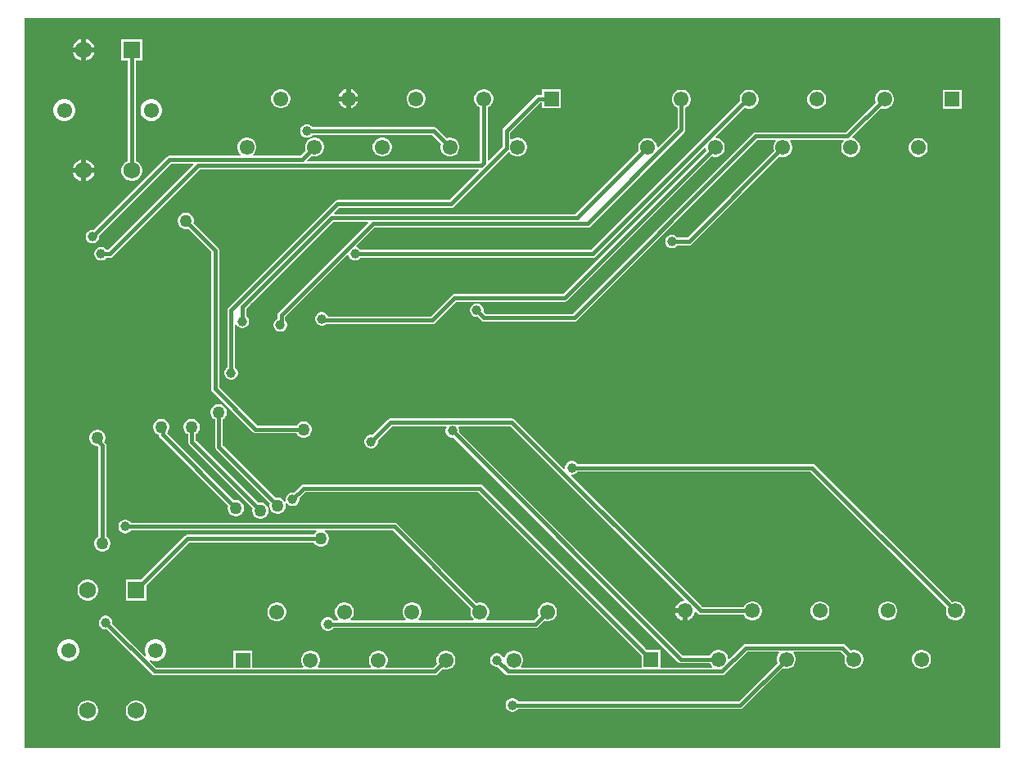
<source format=gbl>
G04*
G04 #@! TF.GenerationSoftware,Altium Limited,Altium Designer,24.1.2 (44)*
G04*
G04 Layer_Physical_Order=2*
G04 Layer_Color=12874092*
%FSLAX44Y44*%
%MOMM*%
G71*
G04*
G04 #@! TF.SameCoordinates,B28CFC15-B4C6-47B7-BC68-1C9BB1E78066*
G04*
G04*
G04 #@! TF.FilePolarity,Positive*
G04*
G01*
G75*
%ADD22C,1.5500*%
%ADD23R,1.5500X1.5500*%
%ADD30C,0.3810*%
%ADD31C,1.7500*%
%ADD32R,1.7500X1.7500*%
%ADD33C,1.0000*%
%ADD34C,1.2700*%
G36*
X1012633Y3367D02*
X3367D01*
Y758633D01*
X1012633D01*
Y3367D01*
D02*
G37*
%LPC*%
G36*
X67160Y736448D02*
Y727980D01*
X75628D01*
X75141Y729798D01*
X73654Y732373D01*
X71552Y734474D01*
X68978Y735961D01*
X67160Y736448D01*
D02*
G37*
G36*
X62080D02*
X60262Y735961D01*
X57688Y734474D01*
X55586Y732373D01*
X54100Y729798D01*
X53612Y727980D01*
X62080D01*
Y736448D01*
D02*
G37*
G36*
X75628Y722900D02*
X67160D01*
Y714433D01*
X68978Y714920D01*
X71552Y716406D01*
X73654Y718508D01*
X75141Y721083D01*
X75628Y722900D01*
D02*
G37*
G36*
X62080D02*
X53612D01*
X54100Y721083D01*
X55586Y718508D01*
X57688Y716406D01*
X60262Y714920D01*
X62080Y714433D01*
Y722900D01*
D02*
G37*
G36*
X341070Y684812D02*
Y677380D01*
X348503D01*
X348119Y678812D01*
X346764Y681158D01*
X344848Y683074D01*
X342502Y684429D01*
X341070Y684812D01*
D02*
G37*
G36*
X335990D02*
X334558Y684429D01*
X332212Y683074D01*
X330296Y681158D01*
X328941Y678812D01*
X328558Y677380D01*
X335990D01*
Y684812D01*
D02*
G37*
G36*
X409818Y684622D02*
X407242D01*
X404754Y683955D01*
X402524Y682667D01*
X400703Y680846D01*
X399415Y678616D01*
X398748Y676128D01*
Y673552D01*
X399415Y671064D01*
X400703Y668834D01*
X402524Y667012D01*
X404754Y665724D01*
X407242Y665058D01*
X409818D01*
X412306Y665724D01*
X414536Y667012D01*
X416358Y668834D01*
X417645Y671064D01*
X418312Y673552D01*
Y676128D01*
X417645Y678616D01*
X416358Y680846D01*
X414536Y682667D01*
X412306Y683955D01*
X409818Y684622D01*
D02*
G37*
G36*
X269818D02*
X267242D01*
X264754Y683955D01*
X262523Y682667D01*
X260702Y680846D01*
X259414Y678616D01*
X258748Y676128D01*
Y673552D01*
X259414Y671064D01*
X260702Y668834D01*
X262523Y667012D01*
X264754Y665724D01*
X267242Y665058D01*
X269818D01*
X272306Y665724D01*
X274536Y667012D01*
X276357Y668834D01*
X277645Y671064D01*
X278312Y673552D01*
Y676128D01*
X277645Y678616D01*
X276357Y680846D01*
X274536Y682667D01*
X272306Y683955D01*
X269818Y684622D01*
D02*
G37*
G36*
X348503Y672300D02*
X341070D01*
Y664867D01*
X342502Y665251D01*
X344848Y666606D01*
X346764Y668522D01*
X348119Y670868D01*
X348503Y672300D01*
D02*
G37*
G36*
X335990D02*
X328558D01*
X328941Y670868D01*
X330296Y668522D01*
X332212Y666606D01*
X334558Y665251D01*
X335990Y664867D01*
Y672300D01*
D02*
G37*
G36*
X972742Y684152D02*
X953178D01*
Y664588D01*
X972742D01*
Y684152D01*
D02*
G37*
G36*
X894248D02*
X891672D01*
X889184Y683485D01*
X886954Y682197D01*
X885132Y680376D01*
X883845Y678146D01*
X883178Y675658D01*
Y673082D01*
X883773Y670860D01*
X852984Y640071D01*
X759975D01*
X758439Y639766D01*
X757137Y638895D01*
X570438Y452197D01*
X480580D01*
X478111Y454666D01*
X478202Y455004D01*
Y456856D01*
X477723Y458644D01*
X476797Y460248D01*
X475488Y461557D01*
X473884Y462483D01*
X472096Y462962D01*
X470244D01*
X468456Y462483D01*
X466852Y461557D01*
X465543Y460248D01*
X464617Y458644D01*
X464138Y456856D01*
Y455004D01*
X464617Y453216D01*
X465543Y451612D01*
X466852Y450303D01*
X468456Y449377D01*
X470244Y448898D01*
X472096D01*
X472434Y448989D01*
X476079Y445345D01*
X477381Y444474D01*
X478917Y444169D01*
X572101D01*
X573637Y444474D01*
X574939Y445345D01*
X761638Y632043D01*
X780139D01*
X780626Y630870D01*
X780132Y630376D01*
X778844Y628146D01*
X778178Y625658D01*
Y623082D01*
X778773Y620860D01*
X688977Y531064D01*
X678902D01*
X678727Y531368D01*
X677418Y532677D01*
X675814Y533603D01*
X674026Y534082D01*
X672174D01*
X670386Y533603D01*
X668782Y532677D01*
X667473Y531368D01*
X666547Y529764D01*
X666068Y527976D01*
Y526124D01*
X666547Y524336D01*
X667473Y522732D01*
X668782Y521423D01*
X670386Y520497D01*
X672174Y520018D01*
X674026D01*
X675814Y520497D01*
X677418Y521423D01*
X678727Y522732D01*
X678902Y523036D01*
X690640D01*
X692176Y523341D01*
X693478Y524212D01*
X784450Y615183D01*
X786672Y614588D01*
X789248D01*
X791736Y615255D01*
X793966Y616543D01*
X795787Y618364D01*
X797075Y620594D01*
X797742Y623082D01*
Y625658D01*
X797075Y628146D01*
X795787Y630376D01*
X795294Y630870D01*
X795780Y632043D01*
X850140D01*
X850626Y630870D01*
X850133Y630376D01*
X848845Y628146D01*
X848178Y625658D01*
Y623082D01*
X848845Y620594D01*
X850133Y618364D01*
X851954Y616543D01*
X854184Y615255D01*
X856672Y614588D01*
X859248D01*
X861736Y615255D01*
X863967Y616543D01*
X865788Y618364D01*
X867076Y620594D01*
X867742Y623082D01*
Y625658D01*
X867076Y628146D01*
X865788Y630376D01*
X863967Y632198D01*
X861736Y633485D01*
X860011Y633948D01*
X859631Y635364D01*
X889450Y665183D01*
X891672Y664588D01*
X894248D01*
X896736Y665255D01*
X898966Y666543D01*
X900787Y668364D01*
X902075Y670594D01*
X902742Y673082D01*
Y675658D01*
X902075Y678146D01*
X900787Y680376D01*
X898966Y682197D01*
X896736Y683485D01*
X894248Y684152D01*
D02*
G37*
G36*
X824248D02*
X821672D01*
X819184Y683485D01*
X816954Y682197D01*
X815133Y680376D01*
X813845Y678146D01*
X813178Y675658D01*
Y673082D01*
X813845Y670594D01*
X815133Y668364D01*
X816954Y666543D01*
X819184Y665255D01*
X821672Y664588D01*
X824248D01*
X826736Y665255D01*
X828966Y666543D01*
X830788Y668364D01*
X832075Y670594D01*
X832742Y673082D01*
Y675658D01*
X832075Y678146D01*
X830788Y680376D01*
X828966Y682197D01*
X826736Y683485D01*
X824248Y684152D01*
D02*
G37*
G36*
X136105Y674222D02*
X133135D01*
X130265Y673453D01*
X127693Y671968D01*
X125592Y669867D01*
X124107Y667295D01*
X123338Y664425D01*
Y661455D01*
X124107Y658585D01*
X125592Y656013D01*
X127693Y653912D01*
X130265Y652427D01*
X133135Y651658D01*
X136105D01*
X138975Y652427D01*
X141547Y653912D01*
X143648Y656013D01*
X145133Y658585D01*
X145902Y661455D01*
Y664425D01*
X145133Y667295D01*
X143648Y669867D01*
X141547Y671968D01*
X138975Y673453D01*
X136105Y674222D01*
D02*
G37*
G36*
X46105D02*
X43135D01*
X40265Y673453D01*
X37693Y671968D01*
X35592Y669867D01*
X34107Y667295D01*
X33338Y664425D01*
Y661455D01*
X34107Y658585D01*
X35592Y656013D01*
X37693Y653912D01*
X40265Y652427D01*
X43135Y651658D01*
X46105D01*
X48975Y652427D01*
X51547Y653912D01*
X53648Y656013D01*
X55133Y658585D01*
X55902Y661455D01*
Y664425D01*
X55133Y667295D01*
X53648Y669867D01*
X51547Y671968D01*
X48975Y673453D01*
X46105Y674222D01*
D02*
G37*
G36*
X296456Y648382D02*
X294604D01*
X292816Y647903D01*
X291212Y646977D01*
X289903Y645668D01*
X288977Y644064D01*
X288498Y642276D01*
Y640424D01*
X288977Y638636D01*
X289903Y637032D01*
X291212Y635723D01*
X292816Y634797D01*
X294604Y634318D01*
X296456D01*
X298244Y634797D01*
X299848Y635723D01*
X301157Y637032D01*
X301332Y637336D01*
X425358D01*
X434344Y628350D01*
X433748Y626128D01*
Y623552D01*
X434415Y621064D01*
X435703Y618834D01*
X437524Y617012D01*
X439754Y615725D01*
X442242Y615058D01*
X444818D01*
X447306Y615725D01*
X449537Y617012D01*
X451358Y618834D01*
X452646Y621064D01*
X453312Y623552D01*
Y626128D01*
X452646Y628616D01*
X451358Y630846D01*
X449537Y632668D01*
X447306Y633955D01*
X444818Y634622D01*
X442242D01*
X440020Y634027D01*
X429859Y644188D01*
X428556Y645059D01*
X427020Y645364D01*
X301332D01*
X301157Y645668D01*
X299848Y646977D01*
X298244Y647903D01*
X296456Y648382D01*
D02*
G37*
G36*
X374818Y634622D02*
X372242D01*
X369754Y633955D01*
X367524Y632668D01*
X365702Y630846D01*
X364414Y628616D01*
X363748Y626128D01*
Y623552D01*
X364414Y621064D01*
X365702Y618834D01*
X367524Y617012D01*
X369754Y615725D01*
X372242Y615058D01*
X374818D01*
X377306Y615725D01*
X379536Y617012D01*
X381357Y618834D01*
X382645Y621064D01*
X383312Y623552D01*
Y626128D01*
X382645Y628616D01*
X381357Y630846D01*
X379536Y632668D01*
X377306Y633955D01*
X374818Y634622D01*
D02*
G37*
G36*
X929248Y634152D02*
X926672D01*
X924184Y633485D01*
X921954Y632198D01*
X920133Y630376D01*
X918845Y628146D01*
X918178Y625658D01*
Y623082D01*
X918845Y620594D01*
X920133Y618364D01*
X921954Y616543D01*
X924184Y615255D01*
X926672Y614588D01*
X929248D01*
X931736Y615255D01*
X933966Y616543D01*
X935788Y618364D01*
X937075Y620594D01*
X937742Y623082D01*
Y625658D01*
X937075Y628146D01*
X935788Y630376D01*
X933966Y632198D01*
X931736Y633485D01*
X929248Y634152D01*
D02*
G37*
G36*
X558312Y684622D02*
X538748D01*
Y678854D01*
X535065D01*
X533529Y678549D01*
X532226Y677678D01*
X499005Y644457D01*
X498134Y643154D01*
X497829Y641618D01*
Y624976D01*
X483717Y610864D01*
X482544Y611350D01*
Y665862D01*
X484536Y667012D01*
X486357Y668834D01*
X487645Y671064D01*
X488312Y673552D01*
Y676128D01*
X487645Y678616D01*
X486357Y680846D01*
X484536Y682667D01*
X482306Y683955D01*
X479818Y684622D01*
X477242D01*
X474754Y683955D01*
X472524Y682667D01*
X470702Y680846D01*
X469414Y678616D01*
X468748Y676128D01*
Y673552D01*
X469414Y671064D01*
X470702Y668834D01*
X472524Y667012D01*
X474516Y665862D01*
Y610044D01*
X296070D01*
X295584Y611217D01*
X300020Y615653D01*
X302242Y615058D01*
X304818D01*
X307306Y615725D01*
X309536Y617012D01*
X311357Y618834D01*
X312645Y621064D01*
X313312Y623552D01*
Y626128D01*
X312645Y628616D01*
X311357Y630846D01*
X309536Y632668D01*
X307306Y633955D01*
X304818Y634622D01*
X302242D01*
X299754Y633955D01*
X297524Y632668D01*
X295702Y630846D01*
X294415Y628616D01*
X293748Y626128D01*
Y623552D01*
X294343Y621330D01*
X288899Y615886D01*
X239883D01*
X239680Y617156D01*
X241358Y618834D01*
X242645Y621064D01*
X243312Y623552D01*
Y626128D01*
X242645Y628616D01*
X241358Y630846D01*
X239536Y632668D01*
X237306Y633955D01*
X234818Y634622D01*
X232242D01*
X229754Y633955D01*
X227524Y632668D01*
X225703Y630846D01*
X224415Y628616D01*
X223748Y626128D01*
Y623552D01*
X224415Y621064D01*
X225703Y618834D01*
X227380Y617156D01*
X227178Y615886D01*
X153402D01*
X151866Y615580D01*
X150563Y614710D01*
X74924Y539071D01*
X74586Y539162D01*
X72734D01*
X70946Y538683D01*
X69342Y537757D01*
X68033Y536448D01*
X67107Y534844D01*
X66628Y533056D01*
Y531204D01*
X67107Y529416D01*
X68033Y527812D01*
X69342Y526503D01*
X70946Y525577D01*
X72734Y525098D01*
X74586D01*
X76374Y525577D01*
X77978Y526503D01*
X79287Y527812D01*
X80213Y529416D01*
X80692Y531204D01*
Y533056D01*
X80601Y533394D01*
X155064Y607858D01*
X177611D01*
X178097Y606684D01*
X89777Y518364D01*
X88352D01*
X88177Y518668D01*
X86868Y519977D01*
X85264Y520903D01*
X83476Y521382D01*
X81624D01*
X79836Y520903D01*
X78232Y519977D01*
X76923Y518668D01*
X75997Y517064D01*
X75518Y515276D01*
Y513424D01*
X75997Y511636D01*
X76923Y510032D01*
X78232Y508723D01*
X79836Y507797D01*
X81624Y507318D01*
X83476D01*
X85264Y507797D01*
X86868Y508723D01*
X88177Y510032D01*
X88352Y510336D01*
X91440D01*
X92976Y510641D01*
X94278Y511512D01*
X184783Y602016D01*
X473209D01*
X473696Y600842D01*
X442820Y569966D01*
X327242D01*
X325706Y569661D01*
X324404Y568791D01*
X214332Y458718D01*
X213461Y457416D01*
X213156Y455880D01*
Y396962D01*
X212852Y396787D01*
X211543Y395478D01*
X210617Y393874D01*
X210138Y392086D01*
Y390234D01*
X210617Y388446D01*
X211543Y386842D01*
X212852Y385533D01*
X214456Y384607D01*
X216244Y384128D01*
X218096D01*
X219884Y384607D01*
X221488Y385533D01*
X222797Y386842D01*
X223723Y388446D01*
X224202Y390234D01*
Y392086D01*
X223723Y393874D01*
X222797Y395478D01*
X221488Y396787D01*
X221184Y396962D01*
Y440741D01*
X222454Y441081D01*
X222973Y440182D01*
X224282Y438873D01*
X225886Y437947D01*
X227674Y437468D01*
X229526D01*
X231314Y437947D01*
X232918Y438873D01*
X234227Y440182D01*
X235153Y441786D01*
X235632Y443574D01*
Y445426D01*
X235153Y447214D01*
X234227Y448818D01*
X232918Y450127D01*
X232614Y450302D01*
Y457385D01*
X322711Y547482D01*
X358597D01*
X359083Y546309D01*
X266316Y453542D01*
X265446Y452239D01*
X265140Y450703D01*
Y447176D01*
X263652Y446317D01*
X262343Y445008D01*
X261417Y443404D01*
X260938Y441616D01*
Y439764D01*
X261417Y437976D01*
X262343Y436372D01*
X263652Y435063D01*
X265256Y434137D01*
X267044Y433658D01*
X268896D01*
X270684Y434137D01*
X272288Y435063D01*
X273597Y436372D01*
X274523Y437976D01*
X275002Y439764D01*
Y441616D01*
X274523Y443404D01*
X273597Y445008D01*
X273169Y445436D01*
Y449040D01*
X337190Y513062D01*
X338607Y512683D01*
X338887Y511636D01*
X339813Y510032D01*
X341122Y508723D01*
X342726Y507797D01*
X344514Y507318D01*
X346366D01*
X348154Y507797D01*
X349758Y508723D01*
X351067Y510032D01*
X351242Y510336D01*
X591412D01*
X592948Y510641D01*
X594250Y511512D01*
X707005Y624266D01*
X708178Y623780D01*
Y623082D01*
X708773Y620860D01*
X560684Y472771D01*
X448260D01*
X446724Y472466D01*
X445421Y471595D01*
X423483Y449657D01*
X317729D01*
X317703Y449754D01*
X316777Y451358D01*
X315468Y452667D01*
X313864Y453593D01*
X312076Y454072D01*
X310224D01*
X308436Y453593D01*
X306832Y452667D01*
X305523Y451358D01*
X304597Y449754D01*
X304118Y447966D01*
Y446114D01*
X304597Y444326D01*
X305523Y442722D01*
X306832Y441413D01*
X308436Y440487D01*
X310224Y440008D01*
X312076D01*
X313864Y440487D01*
X315468Y441413D01*
X315684Y441629D01*
X425146D01*
X426682Y441934D01*
X427984Y442805D01*
X449922Y464743D01*
X562347D01*
X563883Y465048D01*
X565185Y465919D01*
X714450Y615183D01*
X716672Y614588D01*
X719248D01*
X721736Y615255D01*
X723966Y616543D01*
X725788Y618364D01*
X727075Y620594D01*
X727742Y623082D01*
Y625658D01*
X727075Y628146D01*
X725788Y630376D01*
X723966Y632198D01*
X721736Y633485D01*
X719248Y634152D01*
X718550D01*
X718064Y635325D01*
X748429Y665691D01*
X749184Y665255D01*
X751672Y664588D01*
X754248D01*
X756736Y665255D01*
X758966Y666543D01*
X760788Y668364D01*
X762076Y670594D01*
X762742Y673082D01*
Y675658D01*
X762076Y678146D01*
X760788Y680376D01*
X758966Y682197D01*
X756736Y683485D01*
X754248Y684152D01*
X751672D01*
X749184Y683485D01*
X746954Y682197D01*
X745133Y680376D01*
X743845Y678146D01*
X743178Y675658D01*
Y673082D01*
X743451Y672066D01*
X589749Y518364D01*
X351242D01*
X351067Y518668D01*
X349758Y519977D01*
X348154Y520903D01*
X347107Y521183D01*
X346728Y522600D01*
X365768Y541640D01*
X585772D01*
X587308Y541946D01*
X588610Y542816D01*
X685798Y640003D01*
X686668Y641306D01*
X686974Y642842D01*
Y665392D01*
X688966Y666543D01*
X690787Y668364D01*
X692075Y670594D01*
X692742Y673082D01*
Y675658D01*
X692075Y678146D01*
X690787Y680376D01*
X688966Y682197D01*
X686736Y683485D01*
X684248Y684152D01*
X681672D01*
X679184Y683485D01*
X676954Y682197D01*
X675132Y680376D01*
X673844Y678146D01*
X673178Y675658D01*
Y673082D01*
X673844Y670594D01*
X675132Y668364D01*
X676954Y666543D01*
X678946Y665392D01*
Y644505D01*
X658915Y624474D01*
X657742Y624960D01*
Y625658D01*
X657076Y628146D01*
X655788Y630376D01*
X653966Y632198D01*
X651736Y633485D01*
X649248Y634152D01*
X646672D01*
X644184Y633485D01*
X641954Y632198D01*
X640133Y630376D01*
X638845Y628146D01*
X638178Y625658D01*
Y623082D01*
X638773Y620860D01*
X573423Y555510D01*
X324137D01*
X323651Y556684D01*
X328905Y561938D01*
X444482D01*
X446018Y562243D01*
X447321Y563114D01*
X503798Y619591D01*
X505386Y619383D01*
X505703Y618834D01*
X507524Y617012D01*
X509754Y615725D01*
X512242Y615058D01*
X514818D01*
X517306Y615725D01*
X519536Y617012D01*
X521358Y618834D01*
X522645Y621064D01*
X523312Y623552D01*
Y626128D01*
X522645Y628616D01*
X521358Y630846D01*
X519536Y632668D01*
X517306Y633955D01*
X514818Y634622D01*
X512242D01*
X509754Y633955D01*
X507524Y632668D01*
X507031Y632174D01*
X505857Y632660D01*
Y639955D01*
X536727Y670826D01*
X538748D01*
Y665058D01*
X558312D01*
Y684622D01*
D02*
G37*
G36*
X67160Y611448D02*
Y602980D01*
X75628D01*
X75141Y604798D01*
X73654Y607373D01*
X71552Y609474D01*
X68978Y610961D01*
X67160Y611448D01*
D02*
G37*
G36*
X62080D02*
X60262Y610961D01*
X57688Y609474D01*
X55586Y607373D01*
X54100Y604798D01*
X53612Y602980D01*
X62080D01*
Y611448D01*
D02*
G37*
G36*
X125402Y736222D02*
X103838D01*
Y714658D01*
X110286D01*
Y610388D01*
X108000Y609068D01*
X105992Y607061D01*
X104573Y604602D01*
X103838Y601860D01*
Y599021D01*
X104573Y596279D01*
X105992Y593820D01*
X108000Y591813D01*
X110458Y590393D01*
X113201Y589658D01*
X116039D01*
X118782Y590393D01*
X121240Y591813D01*
X123248Y593820D01*
X124667Y596279D01*
X125402Y599021D01*
Y601860D01*
X124667Y604602D01*
X123248Y607061D01*
X121240Y609068D01*
X118782Y610488D01*
X118314Y610613D01*
Y714658D01*
X125402D01*
Y736222D01*
D02*
G37*
G36*
X75628Y597900D02*
X67160D01*
Y589433D01*
X68978Y589920D01*
X71552Y591406D01*
X73654Y593508D01*
X75141Y596082D01*
X75628Y597900D01*
D02*
G37*
G36*
X62080D02*
X53612D01*
X54100Y596082D01*
X55586Y593508D01*
X57688Y591406D01*
X60262Y589920D01*
X62080Y589433D01*
Y597900D01*
D02*
G37*
G36*
X171283Y557022D02*
X169076D01*
X166945Y556451D01*
X165033Y555347D01*
X163473Y553787D01*
X162369Y551875D01*
X161798Y549743D01*
Y547537D01*
X162369Y545405D01*
X163473Y543493D01*
X165033Y541933D01*
X166945Y540829D01*
X169076Y540258D01*
X171283D01*
X172547Y540597D01*
X196646Y516497D01*
Y374650D01*
X196951Y373114D01*
X197822Y371812D01*
X239732Y329902D01*
X241034Y329031D01*
X242570Y328726D01*
X284739D01*
X285393Y327593D01*
X286953Y326033D01*
X288865Y324929D01*
X290996Y324358D01*
X293204D01*
X295335Y324929D01*
X297247Y326033D01*
X298807Y327593D01*
X299911Y329505D01*
X300482Y331637D01*
Y333843D01*
X299911Y335975D01*
X298807Y337887D01*
X297247Y339447D01*
X295335Y340551D01*
X293204Y341122D01*
X290996D01*
X288865Y340551D01*
X286953Y339447D01*
X285393Y337887D01*
X284739Y336754D01*
X244233D01*
X204674Y376313D01*
Y518160D01*
X204369Y519696D01*
X203498Y520998D01*
X178223Y546273D01*
X178562Y547537D01*
Y549743D01*
X177991Y551875D01*
X176887Y553787D01*
X175327Y555347D01*
X173415Y556451D01*
X171283Y557022D01*
D02*
G37*
G36*
X145884Y343662D02*
X143677D01*
X141545Y343091D01*
X139633Y341987D01*
X138073Y340427D01*
X136969Y338515D01*
X136398Y336384D01*
Y334176D01*
X136969Y332045D01*
X138073Y330133D01*
X139633Y328573D01*
X141545Y327469D01*
X142468Y327222D01*
X142772Y325693D01*
X143643Y324391D01*
X214207Y253827D01*
X213868Y252563D01*
Y250357D01*
X214439Y248225D01*
X215543Y246313D01*
X217103Y244753D01*
X219015Y243649D01*
X221147Y243078D01*
X223354D01*
X225485Y243649D01*
X227397Y244753D01*
X228957Y246313D01*
X230061Y248225D01*
X230632Y250357D01*
Y252563D01*
X230061Y254695D01*
X228957Y256607D01*
X227397Y258167D01*
X225485Y259271D01*
X223354Y259842D01*
X221147D01*
X219883Y259503D01*
X150495Y328892D01*
Y329141D01*
X151487Y330133D01*
X152591Y332045D01*
X153162Y334176D01*
Y336384D01*
X152591Y338515D01*
X151487Y340427D01*
X149927Y341987D01*
X148015Y343091D01*
X145884Y343662D01*
D02*
G37*
G36*
X177633D02*
X175427D01*
X173295Y343091D01*
X171383Y341987D01*
X169823Y340427D01*
X168719Y338515D01*
X168148Y336384D01*
Y334176D01*
X168719Y332045D01*
X169823Y330133D01*
X171383Y328573D01*
X172516Y327919D01*
Y320040D01*
X172821Y318504D01*
X173692Y317202D01*
X239606Y251287D01*
X239268Y250023D01*
Y247817D01*
X239839Y245685D01*
X240943Y243773D01*
X242503Y242213D01*
X244415Y241109D01*
X246546Y240538D01*
X248754D01*
X250885Y241109D01*
X252797Y242213D01*
X254357Y243773D01*
X255461Y245685D01*
X256032Y247817D01*
Y250023D01*
X255461Y252155D01*
X254357Y254067D01*
X252797Y255627D01*
X250885Y256731D01*
X248754Y257302D01*
X246546D01*
X245283Y256964D01*
X180544Y321703D01*
Y327919D01*
X181677Y328573D01*
X183237Y330133D01*
X184341Y332045D01*
X184912Y334176D01*
Y336384D01*
X184341Y338515D01*
X183237Y340427D01*
X181677Y341987D01*
X179765Y343091D01*
X177633Y343662D01*
D02*
G37*
G36*
X79844Y332232D02*
X77636D01*
X75505Y331661D01*
X73593Y330557D01*
X72033Y328997D01*
X70929Y327085D01*
X70358Y324953D01*
Y322747D01*
X70929Y320615D01*
X72033Y318703D01*
X73593Y317143D01*
X75505Y316039D01*
X77636Y315468D01*
X79040D01*
X79806Y314702D01*
Y221991D01*
X78673Y221337D01*
X77113Y219777D01*
X76009Y217865D01*
X75438Y215734D01*
Y213526D01*
X76009Y211395D01*
X77113Y209483D01*
X78673Y207923D01*
X80585Y206819D01*
X82717Y206248D01*
X84923D01*
X87055Y206819D01*
X88967Y207923D01*
X90527Y209483D01*
X91631Y211395D01*
X92202Y213526D01*
Y215734D01*
X91631Y217865D01*
X90527Y219777D01*
X88967Y221337D01*
X87834Y221991D01*
Y316364D01*
X87529Y317901D01*
X86658Y319203D01*
X86073Y319788D01*
X86551Y320615D01*
X87122Y322747D01*
Y324953D01*
X86551Y327085D01*
X85447Y328997D01*
X83887Y330557D01*
X81975Y331661D01*
X79844Y332232D01*
D02*
G37*
G36*
X70399Y177422D02*
X67560D01*
X64818Y176688D01*
X62359Y175268D01*
X60352Y173261D01*
X58933Y170802D01*
X58198Y168060D01*
Y165221D01*
X58933Y162479D01*
X60352Y160020D01*
X62359Y158013D01*
X64818Y156593D01*
X67560Y155858D01*
X70399D01*
X73141Y156593D01*
X75600Y158013D01*
X77607Y160020D01*
X79027Y162479D01*
X79762Y165221D01*
Y168060D01*
X79027Y170802D01*
X77607Y173261D01*
X75600Y175268D01*
X73141Y176688D01*
X70399Y177422D01*
D02*
G37*
G36*
X108622Y239188D02*
X106770D01*
X104982Y238709D01*
X103378Y237783D01*
X102069Y236474D01*
X101143Y234870D01*
X100664Y233082D01*
Y231230D01*
X101143Y229442D01*
X102069Y227838D01*
X103378Y226529D01*
X104982Y225603D01*
X106770Y225124D01*
X108622D01*
X110410Y225603D01*
X112014Y226529D01*
X113323Y227838D01*
X113498Y228142D01*
X305180D01*
X305521Y226872D01*
X304733Y226417D01*
X303173Y224857D01*
X302519Y223724D01*
X172050D01*
X170514Y223419D01*
X169212Y222548D01*
X124085Y177422D01*
X108198D01*
Y155858D01*
X129762D01*
Y171745D01*
X173713Y215696D01*
X302519D01*
X303173Y214563D01*
X304733Y213003D01*
X306645Y211899D01*
X308776Y211328D01*
X310984D01*
X313115Y211899D01*
X315027Y213003D01*
X316587Y214563D01*
X317691Y216475D01*
X318262Y218606D01*
Y220814D01*
X317691Y222945D01*
X316587Y224857D01*
X315027Y226417D01*
X314239Y226872D01*
X314580Y228142D01*
X384581D01*
X465234Y147490D01*
X464638Y145268D01*
Y142692D01*
X465305Y140204D01*
X466593Y137974D01*
X467964Y136602D01*
X467438Y135332D01*
X411402D01*
X410876Y136602D01*
X412247Y137974D01*
X413535Y140204D01*
X414202Y142692D01*
Y145268D01*
X413535Y147756D01*
X412247Y149986D01*
X410426Y151807D01*
X408195Y153095D01*
X405708Y153762D01*
X403132D01*
X400644Y153095D01*
X398414Y151807D01*
X396592Y149986D01*
X395304Y147756D01*
X394638Y145268D01*
Y142692D01*
X395304Y140204D01*
X396592Y137974D01*
X397964Y136602D01*
X397438Y135332D01*
X341402D01*
X340876Y136602D01*
X342248Y137974D01*
X343535Y140204D01*
X344202Y142692D01*
Y145268D01*
X343535Y147756D01*
X342248Y149986D01*
X340426Y151807D01*
X338196Y153095D01*
X335708Y153762D01*
X333132D01*
X330644Y153095D01*
X328414Y151807D01*
X326592Y149986D01*
X325305Y147756D01*
X324638Y145268D01*
Y142692D01*
X325305Y140204D01*
X326592Y137974D01*
X327964Y136602D01*
X327438Y135332D01*
X323048D01*
X322873Y135636D01*
X321564Y136945D01*
X319960Y137871D01*
X318172Y138350D01*
X316320D01*
X314532Y137871D01*
X312928Y136945D01*
X311619Y135636D01*
X310693Y134032D01*
X310214Y132244D01*
Y130392D01*
X310693Y128604D01*
X311619Y127000D01*
X312928Y125691D01*
X314532Y124765D01*
X316320Y124286D01*
X318172D01*
X319960Y124765D01*
X321564Y125691D01*
X322873Y127000D01*
X323048Y127304D01*
X531758D01*
X533294Y127609D01*
X534597Y128480D01*
X540910Y134793D01*
X543132Y134198D01*
X545708D01*
X548196Y134865D01*
X550426Y136152D01*
X552248Y137974D01*
X553535Y140204D01*
X554202Y142692D01*
Y145268D01*
X553535Y147756D01*
X552248Y149986D01*
X550426Y151807D01*
X548196Y153095D01*
X545708Y153762D01*
X543132D01*
X540644Y153095D01*
X538414Y151807D01*
X536592Y149986D01*
X535305Y147756D01*
X534638Y145268D01*
Y142692D01*
X535233Y140470D01*
X530095Y135332D01*
X481402D01*
X480876Y136602D01*
X482248Y137974D01*
X483536Y140204D01*
X484202Y142692D01*
Y145268D01*
X483536Y147756D01*
X482248Y149986D01*
X480426Y151807D01*
X478196Y153095D01*
X475708Y153762D01*
X473132D01*
X470910Y153167D01*
X389082Y234994D01*
X387780Y235865D01*
X386244Y236170D01*
X113498D01*
X113323Y236474D01*
X112014Y237783D01*
X110410Y238709D01*
X108622Y239188D01*
D02*
G37*
G36*
X205574Y358902D02*
X203367D01*
X201235Y358331D01*
X199323Y357227D01*
X197763Y355667D01*
X196659Y353755D01*
X196088Y351623D01*
Y349417D01*
X196659Y347285D01*
X197763Y345373D01*
X199323Y343813D01*
X200456Y343159D01*
Y314960D01*
X200761Y313424D01*
X201632Y312122D01*
X257386Y256367D01*
X257048Y255103D01*
Y252896D01*
X257619Y250765D01*
X258723Y248853D01*
X260283Y247293D01*
X262195Y246189D01*
X264326Y245618D01*
X266534D01*
X268665Y246189D01*
X270577Y247293D01*
X272137Y248853D01*
X273241Y250765D01*
X273812Y252896D01*
Y255103D01*
X273552Y256076D01*
X274735Y256566D01*
X275043Y256032D01*
X276352Y254723D01*
X277956Y253797D01*
X279744Y253318D01*
X281596D01*
X283384Y253797D01*
X284988Y254723D01*
X286297Y256032D01*
X287223Y257636D01*
X287702Y259424D01*
Y261276D01*
X287611Y261614D01*
X293890Y267893D01*
X472750D01*
X641588Y99055D01*
Y86307D01*
X517240D01*
X516754Y87480D01*
X517247Y87974D01*
X518535Y90204D01*
X519202Y92692D01*
Y95268D01*
X518535Y97756D01*
X517247Y99986D01*
X515426Y101807D01*
X513196Y103095D01*
X510708Y103762D01*
X508132D01*
X505644Y103095D01*
X503414Y101807D01*
X501592Y99986D01*
X500304Y97756D01*
X499943Y96406D01*
X498628D01*
X498551Y96694D01*
X497625Y98298D01*
X496316Y99607D01*
X494712Y100533D01*
X492924Y101012D01*
X491072D01*
X489284Y100533D01*
X487680Y99607D01*
X486371Y98298D01*
X485445Y96694D01*
X484966Y94906D01*
Y93054D01*
X485445Y91266D01*
X486371Y89662D01*
X487680Y88353D01*
X489284Y87427D01*
X491072Y86948D01*
X492924D01*
X493262Y87039D01*
X500847Y79455D01*
X502149Y78584D01*
X503685Y78279D01*
X725241D01*
X726777Y78584D01*
X728080Y79455D01*
X751248Y102623D01*
X783550D01*
X784036Y101449D01*
X783542Y100956D01*
X782255Y98726D01*
X781588Y96238D01*
Y93662D01*
X782183Y91440D01*
X742255Y51512D01*
X514056D01*
X513881Y51816D01*
X512572Y53125D01*
X510968Y54051D01*
X509180Y54530D01*
X507328D01*
X505540Y54051D01*
X503936Y53125D01*
X502627Y51816D01*
X501701Y50212D01*
X501222Y48424D01*
Y46572D01*
X501701Y44784D01*
X502627Y43180D01*
X503936Y41871D01*
X505540Y40945D01*
X507328Y40466D01*
X509180D01*
X510968Y40945D01*
X512572Y41871D01*
X513881Y43180D01*
X514056Y43484D01*
X743918D01*
X745454Y43789D01*
X746757Y44660D01*
X787860Y85763D01*
X790082Y85168D01*
X792658D01*
X795146Y85834D01*
X797376Y87122D01*
X799198Y88944D01*
X800485Y91174D01*
X801152Y93662D01*
Y96238D01*
X800485Y98726D01*
X799198Y100956D01*
X798704Y101449D01*
X799190Y102623D01*
X848020D01*
X852183Y98460D01*
X851588Y96238D01*
Y93662D01*
X852254Y91174D01*
X853542Y88944D01*
X855364Y87122D01*
X857594Y85834D01*
X860082Y85168D01*
X862658D01*
X865146Y85834D01*
X867376Y87122D01*
X869197Y88944D01*
X870485Y91174D01*
X871152Y93662D01*
Y96238D01*
X870485Y98726D01*
X869197Y100956D01*
X867376Y102777D01*
X865146Y104065D01*
X862658Y104732D01*
X860082D01*
X857860Y104136D01*
X852521Y109475D01*
X851219Y110345D01*
X849683Y110651D01*
X749585D01*
X748049Y110345D01*
X746747Y109475D01*
X732326Y95054D01*
X731152Y95540D01*
Y96238D01*
X730486Y98726D01*
X729198Y100956D01*
X727376Y102777D01*
X725146Y104065D01*
X722658Y104732D01*
X720082D01*
X717594Y104065D01*
X715364Y102777D01*
X713543Y100956D01*
X712393Y98964D01*
X683953D01*
X452965Y329952D01*
X453056Y330290D01*
Y332142D01*
X452577Y333930D01*
X452035Y334869D01*
X452768Y336139D01*
X506032D01*
X685758Y156413D01*
X685272Y155240D01*
X685015D01*
X682398Y154539D01*
X680052Y153184D01*
X678136Y151268D01*
X676781Y148922D01*
X676398Y147490D01*
X686370D01*
Y144950D01*
X688910D01*
Y134978D01*
X690342Y135361D01*
X692688Y136716D01*
X694604Y138632D01*
X695959Y140978D01*
X696660Y143596D01*
Y143852D01*
X697833Y144338D01*
X700060Y142112D01*
X701362Y141242D01*
X702898Y140936D01*
X747392D01*
X748542Y138944D01*
X750363Y137123D01*
X752594Y135835D01*
X755082Y135168D01*
X757658D01*
X760145Y135835D01*
X762376Y137123D01*
X764197Y138944D01*
X765485Y141174D01*
X766152Y143662D01*
Y146238D01*
X765485Y148726D01*
X764197Y150956D01*
X762376Y152778D01*
X760145Y154066D01*
X757658Y154732D01*
X755082D01*
X752594Y154066D01*
X750363Y152778D01*
X748542Y150956D01*
X747392Y148964D01*
X704561D01*
X568837Y284688D01*
X569363Y285958D01*
X570520D01*
X572308Y286437D01*
X573912Y287363D01*
X575221Y288672D01*
X575396Y288976D01*
X816667D01*
X957183Y148460D01*
X956588Y146238D01*
Y143662D01*
X957254Y141174D01*
X958542Y138944D01*
X960364Y137123D01*
X962594Y135835D01*
X965082Y135168D01*
X967658D01*
X970146Y135835D01*
X972376Y137123D01*
X974197Y138944D01*
X975485Y141174D01*
X976152Y143662D01*
Y146238D01*
X975485Y148726D01*
X974197Y150956D01*
X972376Y152778D01*
X970146Y154066D01*
X967658Y154732D01*
X965082D01*
X962860Y154137D01*
X821169Y295828D01*
X819866Y296699D01*
X818330Y297004D01*
X575396D01*
X575221Y297308D01*
X573912Y298617D01*
X572308Y299543D01*
X570520Y300022D01*
X568668D01*
X566880Y299543D01*
X565276Y298617D01*
X563967Y297308D01*
X563041Y295704D01*
X562562Y293916D01*
Y292759D01*
X561292Y292233D01*
X510533Y342991D01*
X509231Y343862D01*
X507695Y344167D01*
X382063D01*
X380527Y343862D01*
X379225Y342991D01*
X363214Y326981D01*
X362876Y327072D01*
X361024D01*
X359236Y326593D01*
X357632Y325667D01*
X356323Y324358D01*
X355397Y322754D01*
X354918Y320966D01*
Y319114D01*
X355397Y317326D01*
X356323Y315722D01*
X357632Y314413D01*
X359236Y313487D01*
X361024Y313008D01*
X362876D01*
X364664Y313487D01*
X366268Y314413D01*
X367577Y315722D01*
X368503Y317326D01*
X368982Y319114D01*
Y320966D01*
X368891Y321304D01*
X383726Y336139D01*
X439280D01*
X440013Y334869D01*
X439471Y333930D01*
X438992Y332142D01*
Y330290D01*
X439471Y328502D01*
X440397Y326898D01*
X441706Y325589D01*
X443310Y324663D01*
X445098Y324184D01*
X446950D01*
X447288Y324275D01*
X679452Y92111D01*
X680754Y91241D01*
X682290Y90936D01*
X712393D01*
X713543Y88944D01*
X714909Y87577D01*
X714383Y86307D01*
X661152D01*
Y104732D01*
X647265D01*
X477251Y274745D01*
X475949Y275616D01*
X474413Y275921D01*
X292227D01*
X290691Y275616D01*
X289389Y274745D01*
X281934Y267291D01*
X281596Y267382D01*
X279744D01*
X277956Y266903D01*
X276352Y265977D01*
X275043Y264668D01*
X274117Y263064D01*
X273638Y261276D01*
Y259424D01*
X273806Y258796D01*
X272623Y258305D01*
X272137Y259147D01*
X270577Y260707D01*
X268665Y261811D01*
X266534Y262382D01*
X264326D01*
X263063Y262043D01*
X208484Y316623D01*
Y343159D01*
X209617Y343813D01*
X211177Y345373D01*
X212281Y347285D01*
X212852Y349417D01*
Y351623D01*
X212281Y353755D01*
X211177Y355667D01*
X209617Y357227D01*
X207705Y358331D01*
X205574Y358902D01*
D02*
G37*
G36*
X897658Y154732D02*
X895082D01*
X892594Y154066D01*
X890364Y152778D01*
X888542Y150956D01*
X887255Y148726D01*
X886588Y146238D01*
Y143662D01*
X887255Y141174D01*
X888542Y138944D01*
X890364Y137123D01*
X892594Y135835D01*
X895082Y135168D01*
X897658D01*
X900146Y135835D01*
X902376Y137123D01*
X904198Y138944D01*
X905485Y141174D01*
X906152Y143662D01*
Y146238D01*
X905485Y148726D01*
X904198Y150956D01*
X902376Y152778D01*
X900146Y154066D01*
X897658Y154732D01*
D02*
G37*
G36*
X827658D02*
X825082D01*
X822595Y154066D01*
X820364Y152778D01*
X818543Y150956D01*
X817255Y148726D01*
X816588Y146238D01*
Y143662D01*
X817255Y141174D01*
X818543Y138944D01*
X820364Y137123D01*
X822595Y135835D01*
X825082Y135168D01*
X827658D01*
X830146Y135835D01*
X832376Y137123D01*
X834198Y138944D01*
X835486Y141174D01*
X836152Y143662D01*
Y146238D01*
X835486Y148726D01*
X834198Y150956D01*
X832376Y152778D01*
X830146Y154066D01*
X827658Y154732D01*
D02*
G37*
G36*
X683830Y142410D02*
X676398D01*
X676781Y140978D01*
X678136Y138632D01*
X680052Y136716D01*
X682398Y135361D01*
X683830Y134978D01*
Y142410D01*
D02*
G37*
G36*
X265708Y153762D02*
X263132D01*
X260644Y153095D01*
X258414Y151807D01*
X256593Y149986D01*
X255305Y147756D01*
X254638Y145268D01*
Y142692D01*
X255305Y140204D01*
X256593Y137974D01*
X258414Y136152D01*
X260644Y134865D01*
X263132Y134198D01*
X265708D01*
X268196Y134865D01*
X270426Y136152D01*
X272248Y137974D01*
X273535Y140204D01*
X274202Y142692D01*
Y145268D01*
X273535Y147756D01*
X272248Y149986D01*
X270426Y151807D01*
X268196Y153095D01*
X265708Y153762D01*
D02*
G37*
G36*
X50465Y115422D02*
X47495D01*
X44625Y114653D01*
X42052Y113168D01*
X39952Y111067D01*
X38467Y108495D01*
X37698Y105625D01*
Y102655D01*
X38467Y99785D01*
X39952Y97213D01*
X42052Y95112D01*
X44625Y93627D01*
X47495Y92858D01*
X50465D01*
X53334Y93627D01*
X55907Y95112D01*
X58008Y97213D01*
X59493Y99785D01*
X60262Y102655D01*
Y105625D01*
X59493Y108495D01*
X58008Y111067D01*
X55907Y113168D01*
X53334Y114653D01*
X50465Y115422D01*
D02*
G37*
G36*
X932658Y104732D02*
X930082D01*
X927595Y104065D01*
X925364Y102777D01*
X923543Y100956D01*
X922255Y98726D01*
X921588Y96238D01*
Y93662D01*
X922255Y91174D01*
X923543Y88944D01*
X925364Y87122D01*
X927595Y85834D01*
X930082Y85168D01*
X932658D01*
X935146Y85834D01*
X937376Y87122D01*
X939198Y88944D01*
X940486Y91174D01*
X941152Y93662D01*
Y96238D01*
X940486Y98726D01*
X939198Y100956D01*
X937376Y102777D01*
X935146Y104065D01*
X932658Y104732D01*
D02*
G37*
G36*
X88435Y139874D02*
X86583D01*
X84795Y139395D01*
X83191Y138469D01*
X81882Y137160D01*
X80956Y135556D01*
X80477Y133768D01*
Y131916D01*
X80956Y130128D01*
X81882Y128524D01*
X83191Y127215D01*
X84795Y126289D01*
X86583Y125810D01*
X88435D01*
X88773Y125901D01*
X135220Y79455D01*
X136522Y78584D01*
X138058Y78279D01*
X427733D01*
X429269Y78584D01*
X430571Y79455D01*
X435910Y84793D01*
X438132Y84198D01*
X440708D01*
X443196Y84865D01*
X445426Y86152D01*
X447248Y87974D01*
X448535Y90204D01*
X449202Y92692D01*
Y95268D01*
X448535Y97756D01*
X447248Y99986D01*
X445426Y101807D01*
X443196Y103095D01*
X440708Y103762D01*
X438132D01*
X435644Y103095D01*
X433414Y101807D01*
X431592Y99986D01*
X430305Y97756D01*
X429638Y95268D01*
Y92692D01*
X430233Y90470D01*
X426070Y86307D01*
X377240D01*
X376754Y87480D01*
X377248Y87974D01*
X378535Y90204D01*
X379202Y92692D01*
Y95268D01*
X378535Y97756D01*
X377248Y99986D01*
X375426Y101807D01*
X373196Y103095D01*
X370708Y103762D01*
X368132D01*
X365644Y103095D01*
X363414Y101807D01*
X361593Y99986D01*
X360305Y97756D01*
X359638Y95268D01*
Y92692D01*
X360305Y90204D01*
X361593Y87974D01*
X362086Y87480D01*
X361600Y86307D01*
X307240D01*
X306754Y87480D01*
X307247Y87974D01*
X308535Y90204D01*
X309202Y92692D01*
Y95268D01*
X308535Y97756D01*
X307247Y99986D01*
X305426Y101807D01*
X303195Y103095D01*
X300708Y103762D01*
X298132D01*
X295644Y103095D01*
X293414Y101807D01*
X291592Y99986D01*
X290304Y97756D01*
X289638Y95268D01*
Y92692D01*
X290304Y90204D01*
X291592Y87974D01*
X292085Y87480D01*
X291599Y86307D01*
X239202D01*
Y103762D01*
X219638D01*
Y86307D01*
X139721D01*
X132832Y93196D01*
X133612Y94212D01*
X134626Y93627D01*
X137495Y92858D01*
X140465D01*
X143335Y93627D01*
X145907Y95112D01*
X148008Y97213D01*
X149493Y99785D01*
X150262Y102655D01*
Y105625D01*
X149493Y108495D01*
X148008Y111067D01*
X145907Y113168D01*
X143335Y114653D01*
X140465Y115422D01*
X137495D01*
X134626Y114653D01*
X132053Y113168D01*
X129952Y111067D01*
X128467Y108495D01*
X127698Y105625D01*
Y102655D01*
X128467Y99785D01*
X129052Y98772D01*
X128036Y97992D01*
X94450Y131578D01*
X94541Y131916D01*
Y133768D01*
X94062Y135556D01*
X93136Y137160D01*
X91827Y138469D01*
X90223Y139395D01*
X88435Y139874D01*
D02*
G37*
G36*
X120400Y52422D02*
X117561D01*
X114818Y51687D01*
X112360Y50268D01*
X110352Y48261D01*
X108933Y45802D01*
X108198Y43060D01*
Y40221D01*
X108933Y37479D01*
X110352Y35020D01*
X112360Y33012D01*
X114818Y31593D01*
X117561Y30858D01*
X120400D01*
X123142Y31593D01*
X125601Y33012D01*
X127608Y35020D01*
X129027Y37479D01*
X129762Y40221D01*
Y43060D01*
X129027Y45802D01*
X127608Y48261D01*
X125601Y50268D01*
X123142Y51687D01*
X120400Y52422D01*
D02*
G37*
G36*
X70399D02*
X67560D01*
X64818Y51687D01*
X62359Y50268D01*
X60352Y48261D01*
X58933Y45802D01*
X58198Y43060D01*
Y40221D01*
X58933Y37479D01*
X60352Y35020D01*
X62359Y33012D01*
X64818Y31593D01*
X67560Y30858D01*
X70399D01*
X73141Y31593D01*
X75600Y33012D01*
X77607Y35020D01*
X79027Y37479D01*
X79762Y40221D01*
Y43060D01*
X79027Y45802D01*
X77607Y48261D01*
X75600Y50268D01*
X73141Y51687D01*
X70399Y52422D01*
D02*
G37*
%LPD*%
D22*
X544420Y143980D02*
D03*
X474420D02*
D03*
X404420D02*
D03*
X334420D02*
D03*
X264420D02*
D03*
X509420Y93980D02*
D03*
X439420D02*
D03*
X369420D02*
D03*
X299420D02*
D03*
X966370Y144950D02*
D03*
X896370D02*
D03*
X826370D02*
D03*
X756370D02*
D03*
X686370D02*
D03*
X931370Y94950D02*
D03*
X861370D02*
D03*
X791370D02*
D03*
X721370D02*
D03*
X233530Y624840D02*
D03*
X303530D02*
D03*
X373530D02*
D03*
X443530D02*
D03*
X513530D02*
D03*
X268530Y674840D02*
D03*
X338530D02*
D03*
X408530D02*
D03*
X478530D02*
D03*
X647960Y624370D02*
D03*
X717960D02*
D03*
X787960D02*
D03*
X857960D02*
D03*
X927960D02*
D03*
X682960Y674370D02*
D03*
X752960D02*
D03*
X822960D02*
D03*
X892960D02*
D03*
X48980Y104140D02*
D03*
X138980D02*
D03*
X44620Y662940D02*
D03*
X134620D02*
D03*
D23*
X229420Y93980D02*
D03*
X651370Y94950D02*
D03*
X548530Y674840D02*
D03*
X962960Y674370D02*
D03*
D30*
X242570Y332740D02*
X292100D01*
X200660Y374650D02*
X242570Y332740D01*
X200660Y374650D02*
Y518160D01*
X170180Y548640D02*
X200660Y518160D01*
X217170Y455880D02*
X327242Y565952D01*
X228600Y459048D02*
X321048Y551496D01*
X267970Y440690D02*
X269154Y441874D01*
Y450703D02*
X364105Y545654D01*
X269154Y441874D02*
Y450703D01*
X228600Y444500D02*
Y459048D01*
X321048Y551496D02*
X575086D01*
X217170Y391160D02*
Y455880D01*
X327242Y565952D02*
X444482D01*
X146481Y327229D02*
X222250Y251460D01*
X107696Y232156D02*
X386244D01*
X172050Y219710D02*
X309880D01*
X118980Y166640D02*
X172050Y219710D01*
X87509Y132842D02*
X138058Y82293D01*
X292227Y271907D02*
X474413D01*
X280670Y260350D02*
X292227Y271907D01*
X474413D02*
X651370Y94950D01*
X114300Y600760D02*
Y726440D01*
Y600760D02*
X114620Y600440D01*
X114300Y726440D02*
X114620Y726120D01*
Y725440D02*
Y726120D01*
X444482Y565952D02*
X501843Y623313D01*
X73660Y532130D02*
X153402Y611872D01*
X501843Y641618D02*
X535065Y674840D01*
X548530D01*
X82550Y514350D02*
X91440D01*
X153402Y611872D02*
X290562D01*
X303530Y624840D01*
X501843Y623313D02*
Y641618D01*
X183120Y606030D02*
X476298D01*
X478530Y608262D02*
Y674840D01*
X476298Y606030D02*
X478530Y608262D01*
X91440Y514350D02*
X183120Y606030D01*
X427020Y641350D02*
X443530Y624840D01*
X295530Y641350D02*
X427020D01*
X146481Y327229D02*
Y333579D01*
X364105Y545654D02*
X585772D01*
X682960Y642842D02*
Y674370D01*
X311150Y447040D02*
X312825D01*
X314222Y445643D02*
X425146D01*
X448260Y468757D02*
X562347D01*
X425146Y445643D02*
X448260Y468757D01*
X317246Y131318D02*
X531758D01*
X176530Y320040D02*
X247650Y248920D01*
X176530Y320040D02*
Y335280D01*
X138058Y82293D02*
X427733D01*
X144780Y335280D02*
X146481Y333579D01*
X204470Y314960D02*
X265430Y254000D01*
X204470Y314960D02*
Y350520D01*
X562347Y468757D02*
X717960Y624370D01*
X312825Y447040D02*
X314222Y445643D01*
X572101Y448183D02*
X759975Y636057D01*
X471170Y455930D02*
X478917Y448183D01*
X572101D01*
X854647Y636057D02*
X892960Y674370D01*
X759975Y636057D02*
X854647D01*
X382063Y340153D02*
X507695D01*
X690640Y527050D02*
X787960Y624370D01*
X673100Y527050D02*
X690640D01*
X591412Y514350D02*
X751432Y674370D01*
X752960D01*
X78740Y321444D02*
Y323850D01*
Y321444D02*
X83820Y316364D01*
Y214630D02*
Y316364D01*
X702898Y144950D02*
X756370D01*
X361950Y320040D02*
X382063Y340153D01*
X507695D02*
X702898Y144950D01*
X818330Y292990D02*
X966370Y144950D01*
X569594Y292990D02*
X818330D01*
X531758Y131318D02*
X544420Y143980D01*
X585772Y545654D02*
X682960Y642842D01*
X575086Y551496D02*
X647960Y624370D01*
X345440Y514350D02*
X591412D01*
X427733Y82293D02*
X439420Y93980D01*
X682290Y94950D02*
X721370D01*
X446024Y331216D02*
X682290Y94950D01*
X386244Y232156D02*
X474420Y143980D01*
X743918Y47498D02*
X791370Y94950D01*
X508254Y47498D02*
X743918D01*
X725241Y82293D02*
X749585Y106637D01*
X503685Y82293D02*
X725241D01*
X491998Y93980D02*
X503685Y82293D01*
X749585Y106637D02*
X849683D01*
X861370Y94950D01*
D31*
X68980Y41640D02*
D03*
Y166640D02*
D03*
X118980Y41640D02*
D03*
X64620Y600440D02*
D03*
Y725440D02*
D03*
X114620Y600440D02*
D03*
D32*
X118980Y166640D02*
D03*
X114620Y725440D02*
D03*
D33*
X267970Y440690D02*
D03*
X228600Y444500D02*
D03*
X217170Y391160D02*
D03*
X280670Y260350D02*
D03*
X295530Y641350D02*
D03*
X73660Y532130D02*
D03*
X317246Y131318D02*
D03*
X361950Y320040D02*
D03*
X82550Y514350D02*
D03*
X471170Y455930D02*
D03*
X673100Y527050D02*
D03*
X345440Y514350D02*
D03*
X311150Y447040D02*
D03*
X569594Y292990D02*
D03*
X87509Y132842D02*
D03*
X446024Y331216D02*
D03*
X107696Y232156D02*
D03*
X508254Y47498D02*
D03*
X491998Y93980D02*
D03*
D34*
X292100Y332740D02*
D03*
X170180Y548640D02*
D03*
X242570Y458470D02*
D03*
X247650Y248920D02*
D03*
X176530Y335280D02*
D03*
X222250Y251460D02*
D03*
X144780Y335280D02*
D03*
X309880Y219710D02*
D03*
X204470Y350520D02*
D03*
X265430Y254000D02*
D03*
X243840Y320040D02*
D03*
X496570Y458470D02*
D03*
X372110Y455930D02*
D03*
X523240Y391160D02*
D03*
X496570Y323850D02*
D03*
X370840Y261620D02*
D03*
X101600Y323850D02*
D03*
X115570Y452120D02*
D03*
X83820Y214630D02*
D03*
X78740Y323850D02*
D03*
M02*

</source>
